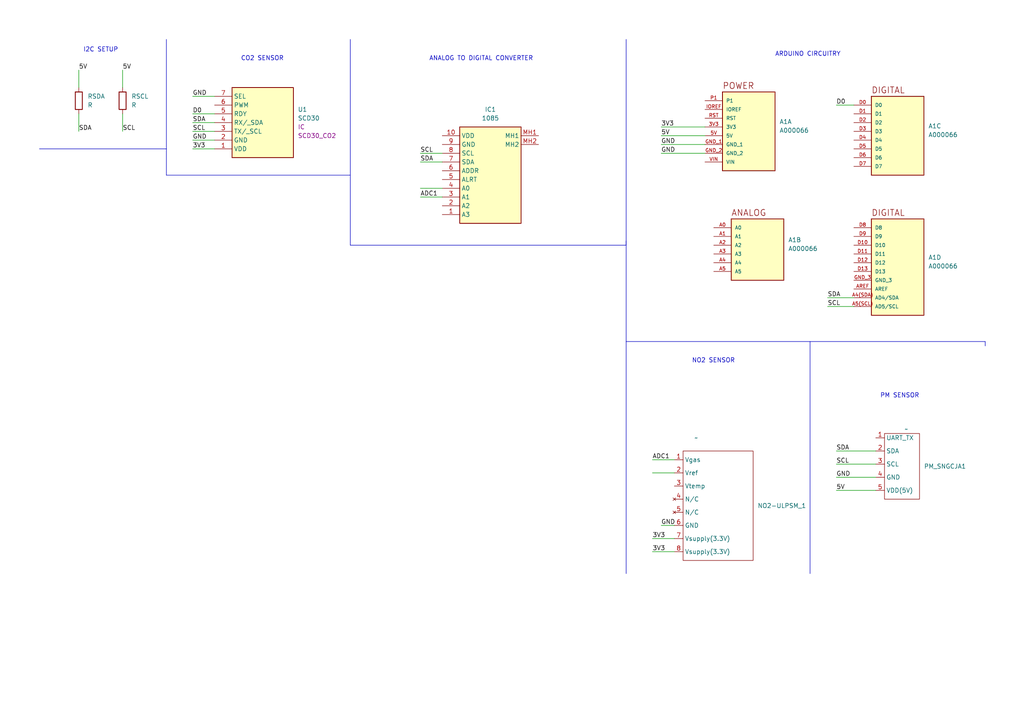
<source format=kicad_sch>
(kicad_sch (version 20230121) (generator eeschema)

  (uuid fca1b5fd-bc33-4f10-9462-8a8bf71c35e9)

  (paper "A4")

  (lib_symbols
    (symbol "1085:1085" (in_bom yes) (on_board yes)
      (property "Reference" "IC" (at 24.13 7.62 0)
        (effects (font (size 1.27 1.27)) (justify left top))
      )
      (property "Value" "1085" (at 24.13 5.08 0)
        (effects (font (size 1.27 1.27)) (justify left top))
      )
      (property "Footprint" "1085" (at 24.13 -94.92 0)
        (effects (font (size 1.27 1.27)) (justify left top) hide)
      )
      (property "Datasheet" "https://cdn-shop.adafruit.com/datasheets/ads1115.pdf" (at 24.13 -194.92 0)
        (effects (font (size 1.27 1.27)) (justify left top) hide)
      )
      (property "Height" "5" (at 24.13 -394.92 0)
        (effects (font (size 1.27 1.27)) (justify left top) hide)
      )
      (property "Manufacturer_Name" "Adafruit" (at 24.13 -494.92 0)
        (effects (font (size 1.27 1.27)) (justify left top) hide)
      )
      (property "Manufacturer_Part_Number" "1085" (at 24.13 -594.92 0)
        (effects (font (size 1.27 1.27)) (justify left top) hide)
      )
      (property "Mouser Part Number" "485-1085" (at 24.13 -694.92 0)
        (effects (font (size 1.27 1.27)) (justify left top) hide)
      )
      (property "Mouser Price/Stock" "https://www.mouser.co.uk/ProductDetail/Adafruit/1085?qs=GURawfaeGuCW8oufi8WauA%3D%3D" (at 24.13 -794.92 0)
        (effects (font (size 1.27 1.27)) (justify left top) hide)
      )
      (property "Arrow Part Number" "1085" (at 24.13 -894.92 0)
        (effects (font (size 1.27 1.27)) (justify left top) hide)
      )
      (property "Arrow Price/Stock" "https://www.arrow.com/en/products/1085/adafruit-industries?region=nac" (at 24.13 -994.92 0)
        (effects (font (size 1.27 1.27)) (justify left top) hide)
      )
      (property "ki_description" "Data Conversion IC Development Tools ADS1115 16-Bit ADC - 4 Channel with Programmable Gain Amplifier" (at 0 0 0)
        (effects (font (size 1.27 1.27)) hide)
      )
      (symbol "1085_1_1"
        (rectangle (start 5.08 2.54) (end 22.86 -25.4)
          (stroke (width 0.254) (type default))
          (fill (type background))
        )
        (pin passive line (at 0 -22.86 0) (length 5.08)
          (name "A3" (effects (font (size 1.27 1.27))))
          (number "1" (effects (font (size 1.27 1.27))))
        )
        (pin passive line (at 0 0 0) (length 5.08)
          (name "VDD" (effects (font (size 1.27 1.27))))
          (number "10" (effects (font (size 1.27 1.27))))
        )
        (pin passive line (at 0 -20.32 0) (length 5.08)
          (name "A2" (effects (font (size 1.27 1.27))))
          (number "2" (effects (font (size 1.27 1.27))))
        )
        (pin passive line (at 0 -17.78 0) (length 5.08)
          (name "A1" (effects (font (size 1.27 1.27))))
          (number "3" (effects (font (size 1.27 1.27))))
        )
        (pin passive line (at 0 -15.24 0) (length 5.08)
          (name "A0" (effects (font (size 1.27 1.27))))
          (number "4" (effects (font (size 1.27 1.27))))
        )
        (pin passive line (at 0 -12.7 0) (length 5.08)
          (name "ALRT" (effects (font (size 1.27 1.27))))
          (number "5" (effects (font (size 1.27 1.27))))
        )
        (pin passive line (at 0 -10.16 0) (length 5.08)
          (name "ADDR" (effects (font (size 1.27 1.27))))
          (number "6" (effects (font (size 1.27 1.27))))
        )
        (pin passive line (at 0 -7.62 0) (length 5.08)
          (name "SDA" (effects (font (size 1.27 1.27))))
          (number "7" (effects (font (size 1.27 1.27))))
        )
        (pin passive line (at 0 -5.08 0) (length 5.08)
          (name "SCL" (effects (font (size 1.27 1.27))))
          (number "8" (effects (font (size 1.27 1.27))))
        )
        (pin passive line (at 0 -2.54 0) (length 5.08)
          (name "GND" (effects (font (size 1.27 1.27))))
          (number "9" (effects (font (size 1.27 1.27))))
        )
        (pin passive line (at 27.94 0 180) (length 5.08)
          (name "MH1" (effects (font (size 1.27 1.27))))
          (number "MH1" (effects (font (size 1.27 1.27))))
        )
        (pin passive line (at 27.94 -2.54 180) (length 5.08)
          (name "MH2" (effects (font (size 1.27 1.27))))
          (number "MH2" (effects (font (size 1.27 1.27))))
        )
      )
    )
    (symbol "A000066:A000066" (pin_names (offset 1.016)) (in_bom yes) (on_board yes)
      (property "Reference" "A" (at -7.62 16.002 0)
        (effects (font (size 1.27 1.27)) (justify left bottom))
      )
      (property "Value" "A000066" (at -7.62 -12.7 0)
        (effects (font (size 1.27 1.27)) (justify left bottom))
      )
      (property "Footprint" "A000066:ARDUINO_A000066" (at 0 0 0)
        (effects (font (size 1.27 1.27)) (justify bottom) hide)
      )
      (property "Datasheet" "" (at 0 0 0)
        (effects (font (size 1.27 1.27)) hide)
      )
      (property "MF" "Arduino" (at 0 0 0)
        (effects (font (size 1.27 1.27)) (justify bottom) hide)
      )
      (property "Description" "\nMicrocontroller board based on the ATmega328P.\n" (at 0 0 0)
        (effects (font (size 1.27 1.27)) (justify bottom) hide)
      )
      (property "Package" "Non-Standard Arduino" (at 0 0 0)
        (effects (font (size 1.27 1.27)) (justify bottom) hide)
      )
      (property "Price" "None" (at 0 0 0)
        (effects (font (size 1.27 1.27)) (justify bottom) hide)
      )
      (property "Check_prices" "https://www.snapeda.com/parts/Arduino%20Uno%20Rev3/Arduino/view-part/?ref=eda" (at 0 0 0)
        (effects (font (size 1.27 1.27)) (justify bottom) hide)
      )
      (property "SnapEDA_Link" "https://www.snapeda.com/parts/Arduino%20Uno%20Rev3/Arduino/view-part/?ref=snap" (at 0 0 0)
        (effects (font (size 1.27 1.27)) (justify bottom) hide)
      )
      (property "MP" "Arduino Uno Rev3" (at 0 0 0)
        (effects (font (size 1.27 1.27)) (justify bottom) hide)
      )
      (property "Availability" "Not in stock" (at 0 0 0)
        (effects (font (size 1.27 1.27)) (justify bottom) hide)
      )
      (property "Purchase-URL" "https://pricing.snapeda.com/search/part/A000066/?ref=eda" (at 0 0 0)
        (effects (font (size 1.27 1.27)) (justify bottom) hide)
      )
      (symbol "A000066_1_0"
        (rectangle (start -7.62 -10.16) (end 7.62 12.7)
          (stroke (width 0.254) (type default))
          (fill (type background))
        )
        (text "POWER" (at -7.62 13.462 0)
          (effects (font (size 1.778 1.778)) (justify left bottom))
        )
        (pin power_in line (at -12.7 2.54 0) (length 5.08)
          (name "3V3" (effects (font (size 1.016 1.016))))
          (number "3V3" (effects (font (size 1.016 1.016))))
        )
        (pin power_in line (at -12.7 0 0) (length 5.08)
          (name "5V" (effects (font (size 1.016 1.016))))
          (number "5V" (effects (font (size 1.016 1.016))))
        )
        (pin power_in line (at -12.7 -2.54 0) (length 5.08)
          (name "GND_1" (effects (font (size 1.016 1.016))))
          (number "GND_1" (effects (font (size 1.016 1.016))))
        )
        (pin power_in line (at -12.7 -5.08 0) (length 5.08)
          (name "GND_2" (effects (font (size 1.016 1.016))))
          (number "GND_2" (effects (font (size 1.016 1.016))))
        )
        (pin bidirectional line (at -12.7 7.62 0) (length 5.08)
          (name "IOREF" (effects (font (size 1.016 1.016))))
          (number "IOREF" (effects (font (size 1.016 1.016))))
        )
        (pin bidirectional line (at -12.7 10.16 0) (length 5.08)
          (name "P1" (effects (font (size 1.016 1.016))))
          (number "P1" (effects (font (size 1.016 1.016))))
        )
        (pin bidirectional line (at -12.7 5.08 0) (length 5.08)
          (name "RST" (effects (font (size 1.016 1.016))))
          (number "RST" (effects (font (size 1.016 1.016))))
        )
        (pin power_in line (at -12.7 -7.62 0) (length 5.08)
          (name "VIN" (effects (font (size 1.016 1.016))))
          (number "VIN" (effects (font (size 1.016 1.016))))
        )
      )
      (symbol "A000066_2_0"
        (rectangle (start -7.62 -10.16) (end 7.62 7.62)
          (stroke (width 0.254) (type default))
          (fill (type background))
        )
        (text "ANALOG" (at -7.62 8.382 0)
          (effects (font (size 1.778 1.778)) (justify left bottom))
        )
        (pin bidirectional line (at -12.7 5.08 0) (length 5.08)
          (name "A0" (effects (font (size 1.016 1.016))))
          (number "A0" (effects (font (size 1.016 1.016))))
        )
        (pin bidirectional line (at -12.7 2.54 0) (length 5.08)
          (name "A1" (effects (font (size 1.016 1.016))))
          (number "A1" (effects (font (size 1.016 1.016))))
        )
        (pin bidirectional line (at -12.7 0 0) (length 5.08)
          (name "A2" (effects (font (size 1.016 1.016))))
          (number "A2" (effects (font (size 1.016 1.016))))
        )
        (pin bidirectional line (at -12.7 -2.54 0) (length 5.08)
          (name "A3" (effects (font (size 1.016 1.016))))
          (number "A3" (effects (font (size 1.016 1.016))))
        )
        (pin bidirectional line (at -12.7 -5.08 0) (length 5.08)
          (name "A4" (effects (font (size 1.016 1.016))))
          (number "A4" (effects (font (size 1.016 1.016))))
        )
        (pin bidirectional line (at -12.7 -7.62 0) (length 5.08)
          (name "A5" (effects (font (size 1.016 1.016))))
          (number "A5" (effects (font (size 1.016 1.016))))
        )
      )
      (symbol "A000066_3_0"
        (rectangle (start -7.62 -12.7) (end 7.62 10.16)
          (stroke (width 0.254) (type default))
          (fill (type background))
        )
        (text "DIGITAL" (at -7.62 10.922 0)
          (effects (font (size 1.778 1.778)) (justify left bottom))
        )
        (pin bidirectional line (at -12.7 7.62 0) (length 5.08)
          (name "D0" (effects (font (size 1.016 1.016))))
          (number "D0" (effects (font (size 1.016 1.016))))
        )
        (pin bidirectional line (at -12.7 5.08 0) (length 5.08)
          (name "D1" (effects (font (size 1.016 1.016))))
          (number "D1" (effects (font (size 1.016 1.016))))
        )
        (pin bidirectional line (at -12.7 2.54 0) (length 5.08)
          (name "D2" (effects (font (size 1.016 1.016))))
          (number "D2" (effects (font (size 1.016 1.016))))
        )
        (pin bidirectional line (at -12.7 0 0) (length 5.08)
          (name "D3" (effects (font (size 1.016 1.016))))
          (number "D3" (effects (font (size 1.016 1.016))))
        )
        (pin bidirectional line (at -12.7 -2.54 0) (length 5.08)
          (name "D4" (effects (font (size 1.016 1.016))))
          (number "D4" (effects (font (size 1.016 1.016))))
        )
        (pin bidirectional line (at -12.7 -5.08 0) (length 5.08)
          (name "D5" (effects (font (size 1.016 1.016))))
          (number "D5" (effects (font (size 1.016 1.016))))
        )
        (pin bidirectional line (at -12.7 -7.62 0) (length 5.08)
          (name "D6" (effects (font (size 1.016 1.016))))
          (number "D6" (effects (font (size 1.016 1.016))))
        )
        (pin bidirectional line (at -12.7 -10.16 0) (length 5.08)
          (name "D7" (effects (font (size 1.016 1.016))))
          (number "D7" (effects (font (size 1.016 1.016))))
        )
      )
      (symbol "A000066_4_0"
        (rectangle (start -7.62 -15.24) (end 7.62 12.7)
          (stroke (width 0.254) (type default))
          (fill (type background))
        )
        (text "DIGITAL" (at -7.62 13.462 0)
          (effects (font (size 1.778 1.778)) (justify left bottom))
        )
        (pin bidirectional line (at -12.7 -10.16 0) (length 5.08)
          (name "AD4/SDA" (effects (font (size 1.016 1.016))))
          (number "A4(SDA)" (effects (font (size 1.016 1.016))))
        )
        (pin bidirectional line (at -12.7 -12.7 0) (length 5.08)
          (name "AD5/SCL" (effects (font (size 1.016 1.016))))
          (number "A5(SCL)" (effects (font (size 1.016 1.016))))
        )
        (pin bidirectional line (at -12.7 -7.62 0) (length 5.08)
          (name "AREF" (effects (font (size 1.016 1.016))))
          (number "AREF" (effects (font (size 1.016 1.016))))
        )
        (pin bidirectional line (at -12.7 5.08 0) (length 5.08)
          (name "D10" (effects (font (size 1.016 1.016))))
          (number "D10" (effects (font (size 1.016 1.016))))
        )
        (pin bidirectional line (at -12.7 2.54 0) (length 5.08)
          (name "D11" (effects (font (size 1.016 1.016))))
          (number "D11" (effects (font (size 1.016 1.016))))
        )
        (pin bidirectional line (at -12.7 0 0) (length 5.08)
          (name "D12" (effects (font (size 1.016 1.016))))
          (number "D12" (effects (font (size 1.016 1.016))))
        )
        (pin bidirectional line (at -12.7 -2.54 0) (length 5.08)
          (name "D13" (effects (font (size 1.016 1.016))))
          (number "D13" (effects (font (size 1.016 1.016))))
        )
        (pin bidirectional line (at -12.7 10.16 0) (length 5.08)
          (name "D8" (effects (font (size 1.016 1.016))))
          (number "D8" (effects (font (size 1.016 1.016))))
        )
        (pin bidirectional line (at -12.7 7.62 0) (length 5.08)
          (name "D9" (effects (font (size 1.016 1.016))))
          (number "D9" (effects (font (size 1.016 1.016))))
        )
        (pin power_in line (at -12.7 -5.08 0) (length 5.08)
          (name "GND_3" (effects (font (size 1.016 1.016))))
          (number "GND_3" (effects (font (size 1.016 1.016))))
        )
      )
    )
    (symbol "Capstone Library:NO2" (in_bom yes) (on_board yes)
      (property "Reference" "NO2-ULPSM_968047" (at 0 0 0)
        (effects (font (size 1.27 1.27)))
      )
      (property "Value" "" (at 0 0 0)
        (effects (font (size 1.27 1.27)))
      )
      (property "Footprint" "" (at 0 0 0)
        (effects (font (size 1.27 1.27)) hide)
      )
      (property "Datasheet" "" (at 0 0 0)
        (effects (font (size 1.27 1.27)) hide)
      )
      (symbol "NO2_0_1"
        (rectangle (start -3.81 -3.81) (end 16.51 -35.56)
          (stroke (width 0) (type default))
          (fill (type none))
        )
      )
      (symbol "NO2_1_1"
        (pin output line (at -6.35 -6.35 0) (length 2.54)
          (name "Vgas" (effects (font (size 1.27 1.27))))
          (number "1" (effects (font (size 1.27 1.27))))
        )
        (pin output line (at -6.35 -10.16 0) (length 2.54)
          (name "Vref" (effects (font (size 1.27 1.27))))
          (number "2" (effects (font (size 1.27 1.27))))
        )
        (pin output line (at -6.35 -13.97 0) (length 2.54)
          (name "Vtemp" (effects (font (size 1.27 1.27))))
          (number "3" (effects (font (size 1.27 1.27))))
        )
        (pin no_connect line (at -6.35 -17.78 0) (length 2.54)
          (name "N/C" (effects (font (size 1.27 1.27))))
          (number "4" (effects (font (size 1.27 1.27))))
        )
        (pin no_connect line (at -6.35 -21.59 0) (length 2.54)
          (name "N/C" (effects (font (size 1.27 1.27))))
          (number "5" (effects (font (size 1.27 1.27))))
        )
        (pin input line (at -6.35 -25.4 0) (length 2.54)
          (name "GND" (effects (font (size 1.27 1.27))))
          (number "6" (effects (font (size 1.27 1.27))))
        )
        (pin power_in line (at -6.35 -29.21 0) (length 2.54)
          (name "Vsupply(3.3V)" (effects (font (size 1.27 1.27))))
          (number "7" (effects (font (size 1.27 1.27))))
        )
        (pin power_in line (at -6.35 -33.02 0) (length 2.54)
          (name "Vsupply(3.3V)" (effects (font (size 1.27 1.27))))
          (number "8" (effects (font (size 1.27 1.27))))
        )
      )
    )
    (symbol "Device:R" (pin_numbers hide) (pin_names (offset 0)) (in_bom yes) (on_board yes)
      (property "Reference" "R" (at 2.032 0 90)
        (effects (font (size 1.27 1.27)))
      )
      (property "Value" "R" (at 0 0 90)
        (effects (font (size 1.27 1.27)))
      )
      (property "Footprint" "" (at -1.778 0 90)
        (effects (font (size 1.27 1.27)) hide)
      )
      (property "Datasheet" "~" (at 0 0 0)
        (effects (font (size 1.27 1.27)) hide)
      )
      (property "ki_keywords" "R res resistor" (at 0 0 0)
        (effects (font (size 1.27 1.27)) hide)
      )
      (property "ki_description" "Resistor" (at 0 0 0)
        (effects (font (size 1.27 1.27)) hide)
      )
      (property "ki_fp_filters" "R_*" (at 0 0 0)
        (effects (font (size 1.27 1.27)) hide)
      )
      (symbol "R_0_1"
        (rectangle (start -1.016 -2.54) (end 1.016 2.54)
          (stroke (width 0.254) (type default))
          (fill (type none))
        )
      )
      (symbol "R_1_1"
        (pin passive line (at 0 3.81 270) (length 1.27)
          (name "~" (effects (font (size 1.27 1.27))))
          (number "1" (effects (font (size 1.27 1.27))))
        )
        (pin passive line (at 0 -3.81 90) (length 1.27)
          (name "~" (effects (font (size 1.27 1.27))))
          (number "2" (effects (font (size 1.27 1.27))))
        )
      )
    )
    (symbol "SCD30:SCD30" (in_bom yes) (on_board yes)
      (property "Reference" "" (at 0 0 0)
        (effects (font (size 1.27 1.27)))
      )
      (property "Value" "SCD30" (at 0 0 0)
        (effects (font (size 1.27 1.27)))
      )
      (property "Footprint" "" (at 0 0 0)
        (effects (font (size 1.27 1.27)) hide)
      )
      (property "Datasheet" "" (at 0 0 0)
        (effects (font (size 1.27 1.27)) hide)
      )
      (property "Reference_1" "IC" (at 24.13 7.62 0)
        (effects (font (size 1.27 1.27)) (justify left top))
      )
      (property "Value_1" "SCD30" (at 24.13 5.08 0)
        (effects (font (size 1.27 1.27)) (justify left top))
      )
      (property "Footprint_1" "SCD30" (at 24.13 -94.92 0)
        (effects (font (size 1.27 1.27)) (justify left top) hide)
      )
      (property "Datasheet_1" "https://www.mouser.com/datasheet/2/682/Sensirion_CO2_Sensors_SCD30_Datasheet-1510853.pdf" (at 24.13 -194.92 0)
        (effects (font (size 1.27 1.27)) (justify left top) hide)
      )
      (property "Height" "7" (at 24.13 -394.92 0)
        (effects (font (size 1.27 1.27)) (justify left top) hide)
      )
      (property "Manufacturer_Name" "Sensirion" (at 24.13 -494.92 0)
        (effects (font (size 1.27 1.27)) (justify left top) hide)
      )
      (property "Manufacturer_Part_Number" "SCD30" (at 24.13 -594.92 0)
        (effects (font (size 1.27 1.27)) (justify left top) hide)
      )
      (property "Mouser Part Number" "403-SCD30" (at 24.13 -694.92 0)
        (effects (font (size 1.27 1.27)) (justify left top) hide)
      )
      (property "Mouser Price/Stock" "https://www.mouser.co.uk/ProductDetail/Sensirion/SCD30?qs=rrS6PyfT74fdywu4FxpYjQ%3D%3D" (at 24.13 -794.92 0)
        (effects (font (size 1.27 1.27)) (justify left top) hide)
      )
      (property "Arrow Part Number" "SCD30" (at 24.13 -894.92 0)
        (effects (font (size 1.27 1.27)) (justify left top) hide)
      )
      (property "Arrow Price/Stock" "https://www.arrow.com/en/products/scd30/sensirion-ag" (at 24.13 -994.92 0)
        (effects (font (size 1.27 1.27)) (justify left top) hide)
      )
      (property "ki_description" "SENSIRION - SCD30 - GAS SENSOR, CO2, 0.075A/5.5V, 40000PPM" (at 0 0 0)
        (effects (font (size 1.27 1.27)) hide)
      )
      (symbol "SCD30_1_1"
        (rectangle (start 5.08 2.54) (end 22.86 -17.78)
          (stroke (width 0.254) (type default))
          (fill (type background))
        )
        (pin passive line (at 0 -15.24 0) (length 5.08)
          (name "VDD" (effects (font (size 1.27 1.27))))
          (number "1" (effects (font (size 1.27 1.27))))
        )
        (pin passive line (at 0 -12.7 0) (length 5.08)
          (name "GND" (effects (font (size 1.27 1.27))))
          (number "2" (effects (font (size 1.27 1.27))))
        )
        (pin passive line (at 0 -10.16 0) (length 5.08)
          (name "TX/_SCL" (effects (font (size 1.27 1.27))))
          (number "3" (effects (font (size 1.27 1.27))))
        )
        (pin passive line (at 0 -7.62 0) (length 5.08)
          (name "RX/_SDA" (effects (font (size 1.27 1.27))))
          (number "4" (effects (font (size 1.27 1.27))))
        )
        (pin passive line (at 0 -5.08 0) (length 5.08)
          (name "RDY" (effects (font (size 1.27 1.27))))
          (number "5" (effects (font (size 1.27 1.27))))
        )
        (pin passive line (at 0 -2.54 0) (length 5.08)
          (name "PWM" (effects (font (size 1.27 1.27))))
          (number "6" (effects (font (size 1.27 1.27))))
        )
        (pin passive line (at 0 0 0) (length 5.08)
          (name "SEL" (effects (font (size 1.27 1.27))))
          (number "7" (effects (font (size 1.27 1.27))))
        )
      )
    )
    (symbol "testsym:PM_SNGCJA5" (in_bom yes) (on_board yes)
      (property "Reference" "PM_SNGCJA5" (at 2.54 2.54 0)
        (effects (font (size 1.27 1.27)))
      )
      (property "Value" "" (at 0 0 0)
        (effects (font (size 1.27 1.27)))
      )
      (property "Footprint" "" (at 0 0 0)
        (effects (font (size 1.27 1.27)) hide)
      )
      (property "Datasheet" "" (at 0 0 0)
        (effects (font (size 1.27 1.27)) hide)
      )
      (symbol "PM_SNGCJA5_0_1"
        (rectangle (start -6.35 -1.27) (end 3.81 -20.32)
          (stroke (width 0) (type default))
          (fill (type none))
        )
      )
      (symbol "PM_SNGCJA5_1_1"
        (pin output line (at -8.89 -2.54 0) (length 2.54)
          (name "UART_TX" (effects (font (size 1.27 1.27))))
          (number "1" (effects (font (size 1.27 1.27))))
        )
        (pin bidirectional line (at -8.89 -6.35 0) (length 2.54)
          (name "SDA" (effects (font (size 1.27 1.27))))
          (number "2" (effects (font (size 1.27 1.27))))
        )
        (pin input line (at -8.89 -10.16 0) (length 2.54)
          (name "SCL" (effects (font (size 1.27 1.27))))
          (number "3" (effects (font (size 1.27 1.27))))
        )
        (pin input line (at -8.89 -13.97 0) (length 2.54)
          (name "GND" (effects (font (size 1.27 1.27))))
          (number "4" (effects (font (size 1.27 1.27))))
        )
        (pin power_in line (at -8.89 -17.78 0) (length 2.54)
          (name "VDD(5V)" (effects (font (size 1.27 1.27))))
          (number "5" (effects (font (size 1.27 1.27))))
        )
      )
    )
  )


  (wire (pts (xy 240.03 88.9) (xy 247.65 88.9))
    (stroke (width 0) (type default))
    (uuid 022f6bdb-73e7-40c6-a42c-4eea8e712ae4)
  )
  (wire (pts (xy 55.88 43.18) (xy 62.23 43.18))
    (stroke (width 0) (type default))
    (uuid 06926776-002b-46e0-8d4a-25fc4692454d)
  )
  (wire (pts (xy 240.03 86.36) (xy 247.65 86.36))
    (stroke (width 0) (type default))
    (uuid 263636b4-4008-4e02-8a8a-9d0f7ce2390d)
  )
  (wire (pts (xy 121.92 57.15) (xy 128.27 57.15))
    (stroke (width 0) (type default))
    (uuid 2fa13509-93a3-430a-a18b-61edcf60101f)
  )
  (wire (pts (xy 22.86 20.32) (xy 22.86 25.4))
    (stroke (width 0) (type default))
    (uuid 3b3a6695-b3f5-42f8-9793-2e7ac775573c)
  )
  (wire (pts (xy 189.23 137.16) (xy 195.58 137.16))
    (stroke (width 0) (type default))
    (uuid 409f2995-532b-4252-8d00-68e80d6573fa)
  )
  (wire (pts (xy 35.56 33.02) (xy 35.56 38.1))
    (stroke (width 0) (type default))
    (uuid 452f0c21-92ef-4c35-9c7c-9fed42a576a1)
  )
  (polyline (pts (xy 101.6 50.8) (xy 101.6 71.12))
    (stroke (width 0) (type default))
    (uuid 46264e27-6b6e-456c-9a47-85dd70d9d23d)
  )

  (wire (pts (xy 22.86 33.02) (xy 22.86 38.1))
    (stroke (width 0) (type default))
    (uuid 477756b3-dbac-4840-a03f-2054f14a0e9e)
  )
  (wire (pts (xy 121.92 54.61) (xy 128.27 54.61))
    (stroke (width 0) (type default))
    (uuid 478b70bf-72c6-458b-86b9-977bf33085f5)
  )
  (polyline (pts (xy 181.61 11.43) (xy 181.61 99.06))
    (stroke (width 0) (type default))
    (uuid 47b76112-a2a4-45de-8add-8091f128ce03)
  )

  (wire (pts (xy 242.57 138.43) (xy 254 138.43))
    (stroke (width 0) (type default))
    (uuid 49be8aa5-7c50-4f28-b32c-451a55fc7e92)
  )
  (wire (pts (xy 189.23 160.02) (xy 195.58 160.02))
    (stroke (width 0) (type default))
    (uuid 4a8337e8-cb10-4fd6-ba7e-697db787e7b0)
  )
  (wire (pts (xy 242.57 30.48) (xy 247.65 30.48))
    (stroke (width 0) (type default))
    (uuid 4fcd074a-a677-4099-bc77-514a2fa6ebaa)
  )
  (wire (pts (xy 191.77 152.4) (xy 195.58 152.4))
    (stroke (width 0) (type default))
    (uuid 51ccbddd-24bd-49da-9b67-605b6a593055)
  )
  (polyline (pts (xy 48.26 11.43) (xy 48.26 43.18))
    (stroke (width 0) (type default))
    (uuid 5692ebb5-dd77-4995-b21b-9a5f6f8e8d13)
  )
  (polyline (pts (xy 48.26 43.18) (xy 48.26 50.8))
    (stroke (width 0) (type default))
    (uuid 584a4814-a6fa-4e00-8129-8d9f7c4d2864)
  )
  (polyline (pts (xy 285.75 99.06) (xy 285.75 100.33))
    (stroke (width 0) (type default))
    (uuid 5c77a87a-e14b-42c8-ac42-35e074ad24a0)
  )
  (polyline (pts (xy 181.61 99.06) (xy 181.61 166.37))
    (stroke (width 0) (type default))
    (uuid 5d40dfc1-68ce-4447-bc29-f0219bad9320)
  )

  (wire (pts (xy 121.92 46.99) (xy 128.27 46.99))
    (stroke (width 0) (type default))
    (uuid 60385311-f7d8-43a2-b423-5dd7aa24f1a3)
  )
  (wire (pts (xy 191.77 39.37) (xy 204.47 39.37))
    (stroke (width 0) (type default))
    (uuid 67da0086-023a-42b9-9bc9-36b4610db0ee)
  )
  (wire (pts (xy 189.23 133.35) (xy 195.58 133.35))
    (stroke (width 0) (type default))
    (uuid 6a093967-3c62-459b-83cf-403aa9847953)
  )
  (wire (pts (xy 242.57 142.24) (xy 254 142.24))
    (stroke (width 0) (type default))
    (uuid 6a673517-2045-433b-be0b-5ea6fb475a53)
  )
  (polyline (pts (xy 234.95 99.06) (xy 234.95 166.37))
    (stroke (width 0) (type default))
    (uuid 6d9154da-f827-4a84-b7de-93f516fa8a6e)
  )
  (polyline (pts (xy 101.6 11.43) (xy 101.6 50.8))
    (stroke (width 0) (type default))
    (uuid 80621877-5671-4987-9bae-26b6827aaedb)
  )
  (polyline (pts (xy 11.43 43.18) (xy 48.26 43.18))
    (stroke (width 0) (type default))
    (uuid 90cb3b1e-5bd3-4bbe-a8c2-2e502dc50272)
  )

  (wire (pts (xy 242.57 134.62) (xy 254 134.62))
    (stroke (width 0) (type default))
    (uuid 9b26676c-9190-42ad-889b-32609b5d3ede)
  )
  (wire (pts (xy 191.77 36.83) (xy 204.47 36.83))
    (stroke (width 0) (type default))
    (uuid a9588648-58b8-424e-bb76-de56ca39b129)
  )
  (wire (pts (xy 189.23 156.21) (xy 195.58 156.21))
    (stroke (width 0) (type default))
    (uuid ab33c8d9-6654-4f9c-83a4-bdbdee341272)
  )
  (wire (pts (xy 55.88 38.1) (xy 62.23 38.1))
    (stroke (width 0) (type default))
    (uuid ae7c4418-2747-4c1e-913a-3532fc0cb58e)
  )
  (wire (pts (xy 55.88 35.56) (xy 62.23 35.56))
    (stroke (width 0) (type default))
    (uuid b8338fb1-ae72-4dca-adf8-7be52806f003)
  )
  (wire (pts (xy 191.77 41.91) (xy 204.47 41.91))
    (stroke (width 0) (type default))
    (uuid bbaec61b-d5c3-4f7c-b13b-60592c12895e)
  )
  (wire (pts (xy 242.57 130.81) (xy 254 130.81))
    (stroke (width 0) (type default))
    (uuid bcbb3b0b-8a7b-418d-8329-5d9efb073972)
  )
  (polyline (pts (xy 181.61 71.12) (xy 181.61 69.85))
    (stroke (width 0) (type default))
    (uuid d2a37e4c-ca3f-4564-ba32-619993a2db6a)
  )

  (wire (pts (xy 191.77 44.45) (xy 204.47 44.45))
    (stroke (width 0) (type default))
    (uuid d2af3b72-55bf-43ef-8a49-b83f4cd308bc)
  )
  (wire (pts (xy 55.88 33.02) (xy 62.23 33.02))
    (stroke (width 0) (type default))
    (uuid de905e4d-8494-4edd-ba02-a45ba14616eb)
  )
  (wire (pts (xy 55.88 40.64) (xy 62.23 40.64))
    (stroke (width 0) (type default))
    (uuid e13a686a-6d3f-4764-9839-8bf62b02aea7)
  )
  (polyline (pts (xy 101.6 71.12) (xy 181.61 71.12))
    (stroke (width 0) (type default))
    (uuid e1c3197c-018e-49cb-a0b7-5b5596d75876)
  )
  (polyline (pts (xy 48.26 50.8) (xy 101.6 50.8))
    (stroke (width 0) (type default))
    (uuid e70a478c-f563-4f90-b5a3-0b898a998819)
  )

  (wire (pts (xy 55.88 27.94) (xy 62.23 27.94))
    (stroke (width 0) (type default))
    (uuid e8deb463-a660-4b93-a5d7-568a48b328b9)
  )
  (polyline (pts (xy 181.61 99.06) (xy 285.75 99.06))
    (stroke (width 0) (type default))
    (uuid f30db2bb-8d6a-440c-ba6a-dcad448c5520)
  )

  (wire (pts (xy 35.56 20.32) (xy 35.56 25.4))
    (stroke (width 0) (type default))
    (uuid f3170102-8372-4acf-847b-c92a9e3d6090)
  )
  (wire (pts (xy 121.92 44.45) (xy 128.27 44.45))
    (stroke (width 0) (type default))
    (uuid f8e56674-d46b-4a67-a4d5-813dbee363f7)
  )

  (text "ARDUINO CIRCUITRY" (at 224.79 16.51 0)
    (effects (font (size 1.27 1.27)) (justify left bottom))
    (uuid 6a62aeac-07c8-4477-9a16-143b4acfa77c)
  )
  (text "ANALOG TO DIGITAL CONVERTER\n" (at 124.46 17.78 0)
    (effects (font (size 1.27 1.27)) (justify left bottom))
    (uuid 82c0763d-b680-48e2-8ef4-5ac72357437e)
  )
  (text "NO2 SENSOR" (at 200.66 105.41 0)
    (effects (font (size 1.27 1.27)) (justify left bottom))
    (uuid 845175bc-c050-4cef-8727-ec4c509c31ae)
  )
  (text "CO2 SENSOR" (at 69.85 17.78 0)
    (effects (font (size 1.27 1.27)) (justify left bottom))
    (uuid 940e5b0c-c765-4ed8-84b6-23ae01afd3aa)
  )
  (text "PM SENSOR" (at 255.27 115.57 0)
    (effects (font (size 1.27 1.27)) (justify left bottom))
    (uuid 9daf280e-712e-4549-a00a-5172624173fe)
  )
  (text "I2C SETUP" (at 24.13 15.24 0)
    (effects (font (size 1.27 1.27)) (justify left bottom))
    (uuid d9a12ac4-a77f-4463-bdba-49373ff82b5c)
  )

  (label "D0" (at 242.57 30.48 0) (fields_autoplaced)
    (effects (font (size 1.27 1.27)) (justify left bottom))
    (uuid 01972f0e-9ee5-4a54-ae48-035359405a95)
  )
  (label "GND" (at 242.57 138.43 0) (fields_autoplaced)
    (effects (font (size 1.27 1.27)) (justify left bottom))
    (uuid 0b142ebe-bcd5-4c69-a14e-535f7cab6ca5)
  )
  (label "GND" (at 191.77 41.91 0) (fields_autoplaced)
    (effects (font (size 1.27 1.27)) (justify left bottom))
    (uuid 10ec4483-4bd5-4eec-b6e9-aaaeb7ff83f3)
  )
  (label "ADC1" (at 189.23 133.35 0) (fields_autoplaced)
    (effects (font (size 1.27 1.27)) (justify left bottom))
    (uuid 113f6cb4-300d-4d98-8244-712b1d271d01)
  )
  (label "SDA" (at 240.03 86.36 0) (fields_autoplaced)
    (effects (font (size 1.27 1.27)) (justify left bottom))
    (uuid 1f6f4b58-5f33-4d7e-9b73-b5ca57576fb0)
  )
  (label "3V3" (at 189.23 160.02 0) (fields_autoplaced)
    (effects (font (size 1.27 1.27)) (justify left bottom))
    (uuid 2141a379-56a5-4d89-8d44-c4f731d11301)
  )
  (label "5V" (at 35.56 20.32 0) (fields_autoplaced)
    (effects (font (size 1.27 1.27)) (justify left bottom))
    (uuid 23c2af8b-1861-400c-98b0-12f02b996331)
  )
  (label "SCL" (at 121.92 44.45 0) (fields_autoplaced)
    (effects (font (size 1.27 1.27)) (justify left bottom))
    (uuid 432b6f22-446b-482b-aaf5-c9cb1dd23311)
  )
  (label "GND" (at 55.88 27.94 0) (fields_autoplaced)
    (effects (font (size 1.27 1.27)) (justify left bottom))
    (uuid 4887313a-5540-4714-893e-126524d6c75c)
  )
  (label "SCL" (at 55.88 38.1 0) (fields_autoplaced)
    (effects (font (size 1.27 1.27)) (justify left bottom))
    (uuid 4c22474c-a018-45b1-953d-23900db46dd0)
  )
  (label "SDA" (at 121.92 46.99 0) (fields_autoplaced)
    (effects (font (size 1.27 1.27)) (justify left bottom))
    (uuid 4f56cf47-7806-462e-8dff-34938977c55c)
  )
  (label "3V3" (at 55.88 43.18 0) (fields_autoplaced)
    (effects (font (size 1.27 1.27)) (justify left bottom))
    (uuid 59c2dbd5-9fc6-4263-bf2c-c9314823d55d)
  )
  (label "GND" (at 191.77 44.45 0) (fields_autoplaced)
    (effects (font (size 1.27 1.27)) (justify left bottom))
    (uuid 5e5e0759-bbfa-400f-8751-2354d0d65127)
  )
  (label "SCL" (at 242.57 134.62 0) (fields_autoplaced)
    (effects (font (size 1.27 1.27)) (justify left bottom))
    (uuid 6e5d2009-9546-4a26-b3e5-cf991d7b4596)
  )
  (label "D0" (at 55.88 33.02 0) (fields_autoplaced)
    (effects (font (size 1.27 1.27)) (justify left bottom))
    (uuid 70621620-0f2f-4634-b9f4-28a5b662c102)
  )
  (label "GND" (at 191.77 152.4 0) (fields_autoplaced)
    (effects (font (size 1.27 1.27)) (justify left bottom))
    (uuid 7b67fe18-a0aa-4cdb-83fe-2c3ca6d70fb9)
  )
  (label "SDA" (at 242.57 130.81 0) (fields_autoplaced)
    (effects (font (size 1.27 1.27)) (justify left bottom))
    (uuid 8bdbd628-4732-48e2-94e7-14b088dae373)
  )
  (label "5V" (at 242.57 142.24 0) (fields_autoplaced)
    (effects (font (size 1.27 1.27)) (justify left bottom))
    (uuid 8ea93742-fd0a-44d5-b25d-62c16cca88e9)
  )
  (label "SCL" (at 240.03 88.9 0) (fields_autoplaced)
    (effects (font (size 1.27 1.27)) (justify left bottom))
    (uuid 9778461b-7dc1-4851-8cd4-5ea669051b03)
  )
  (label "SDA" (at 55.88 35.56 0) (fields_autoplaced)
    (effects (font (size 1.27 1.27)) (justify left bottom))
    (uuid 98790fa7-dc44-47c3-932e-82ca5fd78bdc)
  )
  (label "5V" (at 191.77 39.37 0) (fields_autoplaced)
    (effects (font (size 1.27 1.27)) (justify left bottom))
    (uuid 9b65a6a7-2b2d-4c08-a15d-19f827517ad5)
  )
  (label "3V3" (at 189.23 156.21 0) (fields_autoplaced)
    (effects (font (size 1.27 1.27)) (justify left bottom))
    (uuid acf84316-c91f-45c4-8761-578efdc95903)
  )
  (label "5V" (at 22.86 20.32 0) (fields_autoplaced)
    (effects (font (size 1.27 1.27)) (justify left bottom))
    (uuid ae0c72b4-f294-45b7-87a7-c7903e83cd31)
  )
  (label "SCL" (at 35.56 38.1 0) (fields_autoplaced)
    (effects (font (size 1.27 1.27)) (justify left bottom))
    (uuid c6c7cd14-b05b-4bdc-b2a3-b86200ad62d6)
  )
  (label "ADC1" (at 121.92 57.15 0) (fields_autoplaced)
    (effects (font (size 1.27 1.27)) (justify left bottom))
    (uuid c7b66ad1-f474-4efe-b2b4-e1ab7b3fc3c7)
  )
  (label "SDA" (at 22.86 38.1 0) (fields_autoplaced)
    (effects (font (size 1.27 1.27)) (justify left bottom))
    (uuid e6f9461a-e0d8-4562-82df-aeccde7573f9)
  )
  (label "3V3" (at 191.77 36.83 0) (fields_autoplaced)
    (effects (font (size 1.27 1.27)) (justify left bottom))
    (uuid f84a9cd5-4482-4f3f-963f-bdf461817e96)
  )
  (label "GND" (at 55.88 40.64 0) (fields_autoplaced)
    (effects (font (size 1.27 1.27)) (justify left bottom))
    (uuid fd6f42ef-2e72-43a8-8f03-3d14be4e8da0)
  )

  (symbol (lib_id "A000066:A000066") (at 260.35 38.1 0) (unit 3)
    (in_bom yes) (on_board yes) (dnp no) (fields_autoplaced)
    (uuid 17fa92a1-b3f1-4319-b3fc-27ab9223d338)
    (property "Reference" "A1" (at 269.24 36.56 0)
      (effects (font (size 1.27 1.27)) (justify left))
    )
    (property "Value" "A000066" (at 269.24 39.1 0)
      (effects (font (size 1.27 1.27)) (justify left))
    )
    (property "Footprint" "A000066:ARDUINO_A000066" (at 260.35 38.1 0)
      (effects (font (size 1.27 1.27)) (justify bottom) hide)
    )
    (property "Datasheet" "" (at 260.35 38.1 0)
      (effects (font (size 1.27 1.27)) hide)
    )
    (property "MF" "Arduino" (at 260.35 38.1 0)
      (effects (font (size 1.27 1.27)) (justify bottom) hide)
    )
    (property "Description" "\nMicrocontroller board based on the ATmega328P.\n" (at 260.35 38.1 0)
      (effects (font (size 1.27 1.27)) (justify bottom) hide)
    )
    (property "Package" "Non-Standard Arduino" (at 260.35 38.1 0)
      (effects (font (size 1.27 1.27)) (justify bottom) hide)
    )
    (property "Price" "None" (at 260.35 38.1 0)
      (effects (font (size 1.27 1.27)) (justify bottom) hide)
    )
    (property "Check_prices" "https://www.snapeda.com/parts/Arduino%20Uno%20Rev3/Arduino/view-part/?ref=eda" (at 260.35 38.1 0)
      (effects (font (size 1.27 1.27)) (justify bottom) hide)
    )
    (property "SnapEDA_Link" "https://www.snapeda.com/parts/Arduino%20Uno%20Rev3/Arduino/view-part/?ref=snap" (at 260.35 38.1 0)
      (effects (font (size 1.27 1.27)) (justify bottom) hide)
    )
    (property "MP" "Arduino Uno Rev3" (at 260.35 38.1 0)
      (effects (font (size 1.27 1.27)) (justify bottom) hide)
    )
    (property "Availability" "Not in stock" (at 260.35 38.1 0)
      (effects (font (size 1.27 1.27)) (justify bottom) hide)
    )
    (property "Purchase-URL" "https://pricing.snapeda.com/search/part/A000066/?ref=eda" (at 260.35 38.1 0)
      (effects (font (size 1.27 1.27)) (justify bottom) hide)
    )
    (pin "3V3" (uuid 1808a51a-6e40-4a8e-b5c7-b740f58d0df8))
    (pin "5V" (uuid eba19c3b-f49d-43b4-b420-187498d15ce4))
    (pin "GND_1" (uuid 87949435-d84f-4e86-9a2b-101ea12136cf))
    (pin "GND_2" (uuid b1060efb-baff-45ba-98f5-55a285fcc5f1))
    (pin "IOREF" (uuid 9f02e865-d1a5-4ecc-9117-ecea9bab7a22))
    (pin "P1" (uuid ce0ca76b-cd96-422d-9c69-992e7acef1ff))
    (pin "RST" (uuid 91a40b2d-522d-4eb4-83ad-d41d0154ed66))
    (pin "VIN" (uuid 3ed16964-d5a2-45e5-88f5-7ddc6e879c3a))
    (pin "A0" (uuid 300275e3-4a86-4578-9562-468096df0f8d))
    (pin "A1" (uuid 3558a886-b7cb-4460-98ee-b64883f86327))
    (pin "A2" (uuid ab48811d-9b29-41b1-a114-749007c70869))
    (pin "A3" (uuid e89bdc31-05ab-432e-aa6a-5f1a12f3eab3))
    (pin "A4" (uuid 2870facc-38f4-47f0-b232-f6e3009eea49))
    (pin "A5" (uuid 09877aa0-81cf-4019-9dd5-6fb49348d8df))
    (pin "D0" (uuid ac448366-8911-4bb9-8324-0b4db855af75))
    (pin "D1" (uuid 85a03324-45e2-4ae6-adf8-a1405d13da09))
    (pin "D2" (uuid 3e866d55-6cc3-4e46-8f8e-8b3a581dddb5))
    (pin "D3" (uuid 03b016f0-414f-4545-bc30-5a13befaff85))
    (pin "D4" (uuid fbbe6d91-f421-48bd-b291-fa2ae1515ade))
    (pin "D5" (uuid fad29328-e561-4edd-b372-7f15989a8a52))
    (pin "D6" (uuid df507046-7120-484c-89fd-f5c847d70520))
    (pin "D7" (uuid 708790e1-5c61-4fa3-b146-d51e50877b9f))
    (pin "A4(SDA)" (uuid fe16a5cd-98f7-43fd-9380-9253a90a792f))
    (pin "A5(SCL)" (uuid 5236c3a9-d495-4ee7-88f8-44edb50de5d9))
    (pin "AREF" (uuid dd3b5ae6-7d6b-436c-ac06-c09835d527a3))
    (pin "D10" (uuid c7d22f07-ba08-46de-abe4-3f0b33578b5b))
    (pin "D11" (uuid 319d2b97-a87c-4a71-9747-b8ee0874cd76))
    (pin "D12" (uuid ba546e32-7483-4dc9-8304-8a8d05f64ec7))
    (pin "D13" (uuid 5f2d3a5e-b573-4dc5-960d-5252ccd6da96))
    (pin "D8" (uuid 5bcd09c5-bc39-4ca5-90c6-e3c6139cb823))
    (pin "D9" (uuid b8552cdf-1131-45cf-9961-f553433541e4))
    (pin "GND_3" (uuid 1efbe531-3c69-4164-90f3-55662e1a8437))
    (instances
      (project "Test Capstone"
        (path "/fca1b5fd-bc33-4f10-9462-8a8bf71c35e9"
          (reference "A1") (unit 3)
        )
      )
    )
  )

  (symbol (lib_id "A000066:A000066") (at 260.35 76.2 0) (unit 4)
    (in_bom yes) (on_board yes) (dnp no) (fields_autoplaced)
    (uuid 26f06aab-6e0f-4362-a70b-74e9b2536864)
    (property "Reference" "A1" (at 269.24 74.66 0)
      (effects (font (size 1.27 1.27)) (justify left))
    )
    (property "Value" "A000066" (at 269.24 77.2 0)
      (effects (font (size 1.27 1.27)) (justify left))
    )
    (property "Footprint" "A000066:ARDUINO_A000066" (at 260.35 76.2 0)
      (effects (font (size 1.27 1.27)) (justify bottom) hide)
    )
    (property "Datasheet" "" (at 260.35 76.2 0)
      (effects (font (size 1.27 1.27)) hide)
    )
    (property "MF" "Arduino" (at 260.35 76.2 0)
      (effects (font (size 1.27 1.27)) (justify bottom) hide)
    )
    (property "Description" "\nMicrocontroller board based on the ATmega328P.\n" (at 260.35 76.2 0)
      (effects (font (size 1.27 1.27)) (justify bottom) hide)
    )
    (property "Package" "Non-Standard Arduino" (at 260.35 76.2 0)
      (effects (font (size 1.27 1.27)) (justify bottom) hide)
    )
    (property "Price" "None" (at 260.35 76.2 0)
      (effects (font (size 1.27 1.27)) (justify bottom) hide)
    )
    (property "Check_prices" "https://www.snapeda.com/parts/Arduino%20Uno%20Rev3/Arduino/view-part/?ref=eda" (at 260.35 76.2 0)
      (effects (font (size 1.27 1.27)) (justify bottom) hide)
    )
    (property "SnapEDA_Link" "https://www.snapeda.com/parts/Arduino%20Uno%20Rev3/Arduino/view-part/?ref=snap" (at 260.35 76.2 0)
      (effects (font (size 1.27 1.27)) (justify bottom) hide)
    )
    (property "MP" "Arduino Uno Rev3" (at 260.35 76.2 0)
      (effects (font (size 1.27 1.27)) (justify bottom) hide)
    )
    (property "Availability" "Not in stock" (at 260.35 76.2 0)
      (effects (font (size 1.27 1.27)) (justify bottom) hide)
    )
    (property "Purchase-URL" "https://pricing.snapeda.com/search/part/A000066/?ref=eda" (at 260.35 76.2 0)
      (effects (font (size 1.27 1.27)) (justify bottom) hide)
    )
    (pin "3V3" (uuid d9a4292d-76ed-4997-a07c-2b0b2e85805f))
    (pin "5V" (uuid 3370726b-796b-4aee-aaa1-c74c509d5857))
    (pin "GND_1" (uuid 672e8c84-24be-4dbe-a6a9-008007d753d4))
    (pin "GND_2" (uuid 682269ca-e27f-4f81-95be-c2d1f496e4a7))
    (pin "IOREF" (uuid 395b8c60-01f9-4362-a2a4-3bb9f230cbfe))
    (pin "P1" (uuid 57f3fc60-b074-4e45-89e8-bcedacf0567f))
    (pin "RST" (uuid b19b93e8-5452-41cb-ade9-c98cbcbb8c4e))
    (pin "VIN" (uuid b364829c-9901-4abf-bcbc-62b5b3fd9dc8))
    (pin "A0" (uuid a6fde936-84ed-47da-bbe8-8943774ea8b3))
    (pin "A1" (uuid 8941eb4f-c570-486b-81ca-2bb29608785f))
    (pin "A2" (uuid b0b5acf5-f777-4825-b1ed-7f4e90caf450))
    (pin "A3" (uuid 9e253604-079f-46be-bd25-0b689810c1b1))
    (pin "A4" (uuid c19bf5b1-17d5-4630-921b-a4399a6ae6f2))
    (pin "A5" (uuid 58581330-95cd-48b0-ab48-a61617d2a019))
    (pin "D0" (uuid fc684c46-6710-4bf6-b58a-6f369c232f1b))
    (pin "D1" (uuid dae20359-2708-4cc3-93b4-a8020003a763))
    (pin "D2" (uuid 9ad55bf7-516f-4d26-a36a-2f1fba52bfcd))
    (pin "D3" (uuid 0a601da3-73df-4e71-b26b-5279089c69cc))
    (pin "D4" (uuid f9fa9a6b-fe72-40cc-a9f9-1e8e68249c44))
    (pin "D5" (uuid cf706cbb-0816-4e5e-9642-373c4694b1af))
    (pin "D6" (uuid 34ff5305-305b-4c29-b704-d36f1bf35ecc))
    (pin "D7" (uuid fcb508b1-a450-4954-bcda-e8beee446923))
    (pin "A4(SDA)" (uuid 58a01c74-9b0b-4782-b128-53e14dc96a88))
    (pin "A5(SCL)" (uuid 7dea411e-df7c-4fe8-976e-f43552627c92))
    (pin "AREF" (uuid dd8b8a85-b058-4b07-bcd1-25ad6320b078))
    (pin "D10" (uuid a4fed9e2-03a6-45b4-abae-7e1513f057ad))
    (pin "D11" (uuid b937b345-4ff5-4bdd-8fe6-feaa178fb040))
    (pin "D12" (uuid 651e4a11-a092-4c48-a09e-fd1bca815007))
    (pin "D13" (uuid ad89e6ad-1094-4b33-8703-7174cd8b3149))
    (pin "D8" (uuid dc87ca0e-7dca-4d99-b8eb-e641b26f21ab))
    (pin "D9" (uuid f5853311-db45-454d-b885-8242a305e77f))
    (pin "GND_3" (uuid 43af78e6-9f4f-41d9-a341-6203ce411859))
    (instances
      (project "Test Capstone"
        (path "/fca1b5fd-bc33-4f10-9462-8a8bf71c35e9"
          (reference "A1") (unit 4)
        )
      )
    )
  )

  (symbol (lib_id "A000066:A000066") (at 217.17 39.37 0) (unit 1)
    (in_bom yes) (on_board yes) (dnp no) (fields_autoplaced)
    (uuid 27720fac-9ca7-493a-b3d4-65792bdd6101)
    (property "Reference" "A1" (at 226.06 35.29 0)
      (effects (font (size 1.27 1.27)) (justify left))
    )
    (property "Value" "A000066" (at 226.06 37.83 0)
      (effects (font (size 1.27 1.27)) (justify left))
    )
    (property "Footprint" "A000066:ARDUINO_A000066" (at 217.17 39.37 0)
      (effects (font (size 1.27 1.27)) (justify bottom) hide)
    )
    (property "Datasheet" "" (at 217.17 39.37 0)
      (effects (font (size 1.27 1.27)) hide)
    )
    (property "MF" "Arduino" (at 217.17 39.37 0)
      (effects (font (size 1.27 1.27)) (justify bottom) hide)
    )
    (property "Description" "\nMicrocontroller board based on the ATmega328P.\n" (at 217.17 39.37 0)
      (effects (font (size 1.27 1.27)) (justify bottom) hide)
    )
    (property "Package" "Non-Standard Arduino" (at 217.17 39.37 0)
      (effects (font (size 1.27 1.27)) (justify bottom) hide)
    )
    (property "Price" "None" (at 217.17 39.37 0)
      (effects (font (size 1.27 1.27)) (justify bottom) hide)
    )
    (property "Check_prices" "https://www.snapeda.com/parts/Arduino%20Uno%20Rev3/Arduino/view-part/?ref=eda" (at 217.17 39.37 0)
      (effects (font (size 1.27 1.27)) (justify bottom) hide)
    )
    (property "SnapEDA_Link" "https://www.snapeda.com/parts/Arduino%20Uno%20Rev3/Arduino/view-part/?ref=snap" (at 217.17 39.37 0)
      (effects (font (size 1.27 1.27)) (justify bottom) hide)
    )
    (property "MP" "Arduino Uno Rev3" (at 217.17 39.37 0)
      (effects (font (size 1.27 1.27)) (justify bottom) hide)
    )
    (property "Availability" "Not in stock" (at 217.17 39.37 0)
      (effects (font (size 1.27 1.27)) (justify bottom) hide)
    )
    (property "Purchase-URL" "https://pricing.snapeda.com/search/part/A000066/?ref=eda" (at 217.17 39.37 0)
      (effects (font (size 1.27 1.27)) (justify bottom) hide)
    )
    (pin "3V3" (uuid bfb62342-d5d6-4049-a5dd-532ee37cd072))
    (pin "5V" (uuid b9701040-2ba8-407d-9f0f-51fc72ea597a))
    (pin "GND_1" (uuid b3c42d44-27f6-4f93-b233-79fef0f366b6))
    (pin "GND_2" (uuid c5b80477-ab19-4e06-a219-99ba18781236))
    (pin "IOREF" (uuid 220bf918-4afd-4b09-9503-e05385d0312a))
    (pin "P1" (uuid 3181df80-6172-4e73-881c-1168ba41745d))
    (pin "RST" (uuid a18adaf0-c231-424c-84f2-c89868a9b6d7))
    (pin "VIN" (uuid 57fbf869-88b0-4d82-94a6-98bc478b3ea5))
    (pin "A0" (uuid ddfec006-9c6a-4093-811a-2e55458471de))
    (pin "A1" (uuid eeab443e-2328-467c-9657-060dd600833c))
    (pin "A2" (uuid 73216794-237f-4ec3-90ad-371487506f1e))
    (pin "A3" (uuid e9626da4-54af-4820-a4bf-9b633558e3d3))
    (pin "A4" (uuid 764f08c3-7c12-4f11-ab5e-ce9447e5922e))
    (pin "A5" (uuid cdba4e9b-68ac-421f-80a1-609537ac4e1f))
    (pin "D0" (uuid 6121114b-3a3d-4bfa-aaeb-f29da434053f))
    (pin "D1" (uuid bfe6536d-a555-4f6a-9289-045950f6837e))
    (pin "D2" (uuid e2a8ef96-9e90-4119-9fe4-eaff5daa536f))
    (pin "D3" (uuid 2017a8d3-9d7d-489c-b702-a76a15e89642))
    (pin "D4" (uuid e2959df1-8e29-46ad-ac8a-5e315b46f2d1))
    (pin "D5" (uuid 176acdfe-9693-4d8c-9cd3-7ba9bff73c56))
    (pin "D6" (uuid 552c1523-a34a-4a49-96c8-44e2573b2ee2))
    (pin "D7" (uuid 91beb4fc-6146-4fe1-a247-1808190926cc))
    (pin "A4(SDA)" (uuid aad36431-6c2e-4f36-befe-a253968f18a0))
    (pin "A5(SCL)" (uuid 5991c47a-c30a-4d95-bf38-16ce945e9bd4))
    (pin "AREF" (uuid ed180290-a753-4568-b0f9-4744728cf064))
    (pin "D10" (uuid aa9e424b-9928-4292-b643-336857ecd51d))
    (pin "D11" (uuid b73e454f-79a9-4a0c-a732-0ddaa21ad5bd))
    (pin "D12" (uuid 0f3ec821-a71f-43f5-8cb9-7f7562b1e0ce))
    (pin "D13" (uuid e812db79-cb80-4a0a-bb09-59887464a5a5))
    (pin "D8" (uuid 6743996d-78e7-458c-b1d1-a9280fc8924f))
    (pin "D9" (uuid fb5fc385-a5d1-41bd-b5a7-92874c1095d0))
    (pin "GND_3" (uuid 664f6c93-e5a3-4681-b177-0eceff9b3441))
    (instances
      (project "Test Capstone"
        (path "/fca1b5fd-bc33-4f10-9462-8a8bf71c35e9"
          (reference "A1") (unit 1)
        )
      )
    )
  )

  (symbol (lib_id "testsym:PM_SNGCJA5") (at 262.89 124.46 0) (unit 1)
    (in_bom yes) (on_board yes) (dnp no) (fields_autoplaced)
    (uuid 30fbc425-dde9-49bd-a107-86aa5b2c9a28)
    (property "Reference" "PM_SNGCJA1" (at 267.97 135.255 0)
      (effects (font (size 1.27 1.27)) (justify left))
    )
    (property "Value" "~" (at 262.89 124.46 0)
      (effects (font (size 1.27 1.27)))
    )
    (property "Footprint" "" (at 262.89 124.46 0)
      (effects (font (size 1.27 1.27)) hide)
    )
    (property "Datasheet" "" (at 262.89 124.46 0)
      (effects (font (size 1.27 1.27)) hide)
    )
    (pin "1" (uuid 5b676da2-68db-44b5-8800-d10117c195a6))
    (pin "2" (uuid 3f75fe5c-2ba7-48c8-9253-708d94026357))
    (pin "3" (uuid 0f4d9504-bff3-43f5-9383-3eeb653b6e8b))
    (pin "4" (uuid be9286eb-3df4-451f-93e5-9d3595f0969f))
    (pin "5" (uuid 00722d3a-f09c-41c4-bd62-ebc12f90c846))
    (instances
      (project "Test Capstone"
        (path "/fca1b5fd-bc33-4f10-9462-8a8bf71c35e9"
          (reference "PM_SNGCJA1") (unit 1)
        )
      )
    )
  )

  (symbol (lib_id "1085:1085") (at 128.27 39.37 0) (unit 1)
    (in_bom yes) (on_board yes) (dnp no) (fields_autoplaced)
    (uuid 50176eb7-7ecc-463b-90f3-faad93091670)
    (property "Reference" "IC1" (at 142.24 31.75 0)
      (effects (font (size 1.27 1.27)))
    )
    (property "Value" "1085" (at 142.24 34.29 0)
      (effects (font (size 1.27 1.27)))
    )
    (property "Footprint" "1085" (at 152.4 134.29 0)
      (effects (font (size 1.27 1.27)) (justify left top) hide)
    )
    (property "Datasheet" "https://cdn-shop.adafruit.com/datasheets/ads1115.pdf" (at 152.4 234.29 0)
      (effects (font (size 1.27 1.27)) (justify left top) hide)
    )
    (property "Height" "5" (at 152.4 434.29 0)
      (effects (font (size 1.27 1.27)) (justify left top) hide)
    )
    (property "Manufacturer_Name" "Adafruit" (at 152.4 534.29 0)
      (effects (font (size 1.27 1.27)) (justify left top) hide)
    )
    (property "Manufacturer_Part_Number" "1085" (at 152.4 634.29 0)
      (effects (font (size 1.27 1.27)) (justify left top) hide)
    )
    (property "Mouser Part Number" "485-1085" (at 152.4 734.29 0)
      (effects (font (size 1.27 1.27)) (justify left top) hide)
    )
    (property "Mouser Price/Stock" "https://www.mouser.co.uk/ProductDetail/Adafruit/1085?qs=GURawfaeGuCW8oufi8WauA%3D%3D" (at 152.4 834.29 0)
      (effects (font (size 1.27 1.27)) (justify left top) hide)
    )
    (property "Arrow Part Number" "1085" (at 152.4 934.29 0)
      (effects (font (size 1.27 1.27)) (justify left top) hide)
    )
    (property "Arrow Price/Stock" "https://www.arrow.com/en/products/1085/adafruit-industries?region=nac" (at 152.4 1034.29 0)
      (effects (font (size 1.27 1.27)) (justify left top) hide)
    )
    (pin "1" (uuid 565d7e9f-789d-4a4e-913c-ec76512436b2))
    (pin "10" (uuid 621f064a-38b5-42fd-a887-5b90c8c1762a))
    (pin "2" (uuid 6a27d7ab-7c14-4ae9-a0bf-feb0cb21e2fe))
    (pin "3" (uuid 7e27b7f0-f385-4687-8e36-8281caa44b71))
    (pin "4" (uuid d4fe743c-827f-4ccd-ad0f-dc92b1115b2a))
    (pin "5" (uuid cf3d03cd-9413-4478-af2f-4b70dc771ce8))
    (pin "6" (uuid 04c79d49-edee-4799-a262-eaf68a972bbd))
    (pin "7" (uuid 2c918b4f-82a6-4bd9-9ad8-7361e8c9c3d0))
    (pin "8" (uuid eed9c4b1-a10c-4655-9171-bf72390a695d))
    (pin "9" (uuid 35498ed5-87dc-431b-b616-208266fc17af))
    (pin "MH1" (uuid d31075c6-1094-411a-9c12-10c9a161cd70))
    (pin "MH2" (uuid a619ffc8-4c9d-4b95-84fb-c8d98366a8f2))
    (instances
      (project "Test Capstone"
        (path "/fca1b5fd-bc33-4f10-9462-8a8bf71c35e9"
          (reference "IC1") (unit 1)
        )
      )
    )
  )

  (symbol (lib_id "A000066:A000066") (at 219.71 71.12 0) (unit 2)
    (in_bom yes) (on_board yes) (dnp no) (fields_autoplaced)
    (uuid 680c1d29-65c5-42c0-a921-00e2b6862f6e)
    (property "Reference" "A1" (at 228.6 69.58 0)
      (effects (font (size 1.27 1.27)) (justify left))
    )
    (property "Value" "A000066" (at 228.6 72.12 0)
      (effects (font (size 1.27 1.27)) (justify left))
    )
    (property "Footprint" "A000066:ARDUINO_A000066" (at 219.71 71.12 0)
      (effects (font (size 1.27 1.27)) (justify bottom) hide)
    )
    (property "Datasheet" "" (at 219.71 71.12 0)
      (effects (font (size 1.27 1.27)) hide)
    )
    (property "MF" "Arduino" (at 219.71 71.12 0)
      (effects (font (size 1.27 1.27)) (justify bottom) hide)
    )
    (property "Description" "\nMicrocontroller board based on the ATmega328P.\n" (at 219.71 71.12 0)
      (effects (font (size 1.27 1.27)) (justify bottom) hide)
    )
    (property "Package" "Non-Standard Arduino" (at 219.71 71.12 0)
      (effects (font (size 1.27 1.27)) (justify bottom) hide)
    )
    (property "Price" "None" (at 219.71 71.12 0)
      (effects (font (size 1.27 1.27)) (justify bottom) hide)
    )
    (property "Check_prices" "https://www.snapeda.com/parts/Arduino%20Uno%20Rev3/Arduino/view-part/?ref=eda" (at 219.71 71.12 0)
      (effects (font (size 1.27 1.27)) (justify bottom) hide)
    )
    (property "SnapEDA_Link" "https://www.snapeda.com/parts/Arduino%20Uno%20Rev3/Arduino/view-part/?ref=snap" (at 219.71 71.12 0)
      (effects (font (size 1.27 1.27)) (justify bottom) hide)
    )
    (property "MP" "Arduino Uno Rev3" (at 219.71 71.12 0)
      (effects (font (size 1.27 1.27)) (justify bottom) hide)
    )
    (property "Availability" "Not in stock" (at 219.71 71.12 0)
      (effects (font (size 1.27 1.27)) (justify bottom) hide)
    )
    (property "Purchase-URL" "https://pricing.snapeda.com/search/part/A000066/?ref=eda" (at 219.71 71.12 0)
      (effects (font (size 1.27 1.27)) (justify bottom) hide)
    )
    (pin "3V3" (uuid 8af53f2f-50e2-4147-a71c-a878e8b88077))
    (pin "5V" (uuid afe491d3-7294-4bc9-9a81-97607fe7305b))
    (pin "GND_1" (uuid 035f52ba-2234-40d8-8e1e-188086924117))
    (pin "GND_2" (uuid 152f4361-91e7-4975-ab92-3f9def7081b3))
    (pin "IOREF" (uuid f24140cd-e470-4488-9853-bb223435108c))
    (pin "P1" (uuid 6eade058-b788-4da0-bc5b-aba514c70fc5))
    (pin "RST" (uuid 631777aa-d614-4196-ac2b-4e3f8dd809fa))
    (pin "VIN" (uuid 0d5c3bb9-49ff-4c43-b90d-91d3c48fc14d))
    (pin "A0" (uuid 7afd42f0-9b92-4c27-8fdf-ac42bae17081))
    (pin "A1" (uuid 118be8b3-323d-41d1-8959-92bb2ce9f489))
    (pin "A2" (uuid 22044ae5-0c9c-4530-ba17-667fbbe6df2b))
    (pin "A3" (uuid a65d06bf-8dc3-4141-8fe4-42ff8ce2a663))
    (pin "A4" (uuid fe1e5c0a-883d-44e2-b84d-831718317bd2))
    (pin "A5" (uuid 404e1cd3-07a5-4c82-8b13-76aeb48bdc90))
    (pin "D0" (uuid ec78c8fb-74b6-4af9-9ef2-9d05be7afd29))
    (pin "D1" (uuid 4996e82f-b0ee-4a19-8c97-de5844dad271))
    (pin "D2" (uuid f6a6758c-0622-4aef-af64-eedd607f0dba))
    (pin "D3" (uuid 630f224d-5d76-40db-9286-37e4bb417573))
    (pin "D4" (uuid 99565805-8203-4460-b075-a7a84a9cc390))
    (pin "D5" (uuid 0dfbb2b6-83f1-4adc-adf7-37dce8e07725))
    (pin "D6" (uuid 5ad86b19-7c30-424d-8d4a-f671ad023a84))
    (pin "D7" (uuid 9413c3b4-5a1e-4b7b-a0bf-b1630bcc621b))
    (pin "A4(SDA)" (uuid 7d096357-4649-4be6-b4cc-fedaad79941b))
    (pin "A5(SCL)" (uuid 0ded1256-a9f2-4209-ba2d-3d6b59734144))
    (pin "AREF" (uuid 19d3cbe1-4ce2-4f3e-878c-3fea36d14016))
    (pin "D10" (uuid 8199c968-4335-485b-b7ce-aa284b3575b8))
    (pin "D11" (uuid a5b4efca-e85f-4da8-bca9-c4aaf0add3bc))
    (pin "D12" (uuid 0dc665b5-3aa7-41a6-aea3-6cc7a9e3813a))
    (pin "D13" (uuid 82199813-88cb-4028-8a96-fea557cbb72c))
    (pin "D8" (uuid 7a6eea7d-7e60-4069-ba93-51b662e162c7))
    (pin "D9" (uuid 0af19c4a-798d-4237-970b-0a9c3393ade9))
    (pin "GND_3" (uuid db228b45-e549-4a41-8bc6-326edf0c02bc))
    (instances
      (project "Test Capstone"
        (path "/fca1b5fd-bc33-4f10-9462-8a8bf71c35e9"
          (reference "A1") (unit 2)
        )
      )
    )
  )

  (symbol (lib_id "Capstone Library:NO2") (at 201.93 127 0) (unit 1)
    (in_bom yes) (on_board yes) (dnp no) (fields_autoplaced)
    (uuid 6829ab19-f6cd-4747-a3e8-9cb37e57fdea)
    (property "Reference" "NO2-ULPSM_1" (at 219.71 146.685 0)
      (effects (font (size 1.27 1.27)) (justify left))
    )
    (property "Value" "~" (at 201.93 127 0)
      (effects (font (size 1.27 1.27)))
    )
    (property "Footprint" "" (at 201.93 127 0)
      (effects (font (size 1.27 1.27)) hide)
    )
    (property "Datasheet" "" (at 201.93 127 0)
      (effects (font (size 1.27 1.27)) hide)
    )
    (pin "1" (uuid d7ba5047-babd-4d98-a596-7f0a32680b91))
    (pin "2" (uuid 5d609355-78ce-4a99-bf1a-b0d8f11a397e))
    (pin "3" (uuid aeaab4a4-2678-458b-b405-8b9e9faf62a0))
    (pin "4" (uuid 6fd27462-9af3-4700-8683-c83427afbbf2))
    (pin "5" (uuid 6a7c21ff-6f2d-412f-8468-6bf9acfc10e5))
    (pin "6" (uuid 4c615d5a-f368-48ce-a933-a95a52dae0d6))
    (pin "7" (uuid 31af1d78-aba6-4779-9001-92416ffdf720))
    (pin "8" (uuid db1592eb-d06e-461c-9f18-7104f0f7f196))
    (instances
      (project "Test Capstone"
        (path "/fca1b5fd-bc33-4f10-9462-8a8bf71c35e9"
          (reference "NO2-ULPSM_1") (unit 1)
        )
      )
    )
  )

  (symbol (lib_id "Device:R") (at 22.86 29.21 0) (unit 1)
    (in_bom yes) (on_board yes) (dnp no) (fields_autoplaced)
    (uuid 72e6e7d5-ced8-4ea7-9238-b709ff2503f2)
    (property "Reference" "RSDA" (at 25.4 27.94 0)
      (effects (font (size 1.27 1.27)) (justify left))
    )
    (property "Value" "R" (at 25.4 30.48 0)
      (effects (font (size 1.27 1.27)) (justify left))
    )
    (property "Footprint" "" (at 21.082 29.21 90)
      (effects (font (size 1.27 1.27)) hide)
    )
    (property "Datasheet" "~" (at 22.86 29.21 0)
      (effects (font (size 1.27 1.27)) hide)
    )
    (pin "1" (uuid b68eff6e-f527-4e0d-8614-8718116611d6))
    (pin "2" (uuid 85079556-0bb0-47bc-b28f-d4a6bbca4171))
    (instances
      (project "Test Capstone"
        (path "/fca1b5fd-bc33-4f10-9462-8a8bf71c35e9"
          (reference "RSDA") (unit 1)
        )
      )
    )
  )

  (symbol (lib_id "SCD30:SCD30") (at 62.23 27.94 0) (unit 1)
    (in_bom yes) (on_board yes) (dnp no) (fields_autoplaced)
    (uuid 770366f7-707e-4bb6-9ba3-ca1eb2179fdc)
    (property "Reference" "U1" (at 86.36 31.75 0)
      (effects (font (size 1.27 1.27)) (justify left))
    )
    (property "Value" "SCD30" (at 86.36 34.29 0)
      (effects (font (size 1.27 1.27)) (justify left))
    )
    (property "Footprint" "" (at 62.23 27.94 0)
      (effects (font (size 1.27 1.27)) hide)
    )
    (property "Datasheet" "" (at 62.23 27.94 0)
      (effects (font (size 1.27 1.27)) hide)
    )
    (property "Reference_1" "IC" (at 86.36 36.83 0)
      (effects (font (size 1.27 1.27)) (justify left))
    )
    (property "Value_1" "SCD30_CO2" (at 86.36 39.37 0)
      (effects (font (size 1.27 1.27)) (justify left))
    )
    (property "Footprint_1" "SCD30" (at 86.36 122.86 0)
      (effects (font (size 1.27 1.27)) (justify left top) hide)
    )
    (property "Datasheet_1" "https://www.mouser.com/datasheet/2/682/Sensirion_CO2_Sensors_SCD30_Datasheet-1510853.pdf" (at 86.36 222.86 0)
      (effects (font (size 1.27 1.27)) (justify left top) hide)
    )
    (property "Height" "7" (at 86.36 422.86 0)
      (effects (font (size 1.27 1.27)) (justify left top) hide)
    )
    (property "Manufacturer_Name" "Sensirion" (at 86.36 522.86 0)
      (effects (font (size 1.27 1.27)) (justify left top) hide)
    )
    (property "Manufacturer_Part_Number" "SCD30" (at 86.36 622.86 0)
      (effects (font (size 1.27 1.27)) (justify left top) hide)
    )
    (property "Mouser Part Number" "403-SCD30" (at 86.36 722.86 0)
      (effects (font (size 1.27 1.27)) (justify left top) hide)
    )
    (property "Mouser Price/Stock" "https://www.mouser.co.uk/ProductDetail/Sensirion/SCD30?qs=rrS6PyfT74fdywu4FxpYjQ%3D%3D" (at 86.36 822.86 0)
      (effects (font (size 1.27 1.27)) (justify left top) hide)
    )
    (property "Arrow Part Number" "SCD30" (at 86.36 922.86 0)
      (effects (font (size 1.27 1.27)) (justify left top) hide)
    )
    (property "Arrow Price/Stock" "https://www.arrow.com/en/products/scd30/sensirion-ag" (at 86.36 1022.86 0)
      (effects (font (size 1.27 1.27)) (justify left top) hide)
    )
    (pin "1" (uuid ca8d9f8f-3b41-40f4-b321-a41e13f8c45d))
    (pin "2" (uuid 48f8d740-b82d-42d0-9e08-9a63bca3cb71))
    (pin "3" (uuid 715ff53c-d241-4279-94ae-ae436e644452))
    (pin "4" (uuid d79ba94f-6dfb-4034-852c-9a8bfe27b434))
    (pin "5" (uuid e19419c8-9fde-4086-ad58-5ff6066212a9))
    (pin "6" (uuid e7bcb8a7-5347-4c9f-86ff-0f444823ab2f))
    (pin "7" (uuid 52475fa8-d634-42b6-97df-a20bd63b4948))
    (instances
      (project "Test Capstone"
        (path "/fca1b5fd-bc33-4f10-9462-8a8bf71c35e9"
          (reference "U1") (unit 1)
        )
      )
    )
  )

  (symbol (lib_id "Device:R") (at 35.56 29.21 0) (unit 1)
    (in_bom yes) (on_board yes) (dnp no) (fields_autoplaced)
    (uuid f7996787-2579-47d6-941e-6f8486ac9149)
    (property "Reference" "RSCL" (at 38.1 27.94 0)
      (effects (font (size 1.27 1.27)) (justify left))
    )
    (property "Value" "R" (at 38.1 30.48 0)
      (effects (font (size 1.27 1.27)) (justify left))
    )
    (property "Footprint" "" (at 33.782 29.21 90)
      (effects (font (size 1.27 1.27)) hide)
    )
    (property "Datasheet" "~" (at 35.56 29.21 0)
      (effects (font (size 1.27 1.27)) hide)
    )
    (pin "1" (uuid 39458988-02d8-4e84-9447-e685ab32f762))
    (pin "2" (uuid 3f615ef3-28f7-43a6-ac22-f138216edce7))
    (instances
      (project "Test Capstone"
        (path "/fca1b5fd-bc33-4f10-9462-8a8bf71c35e9"
          (reference "RSCL") (unit 1)
        )
      )
    )
  )

  (sheet_instances
    (path "/" (page "1"))
  )
)

</source>
